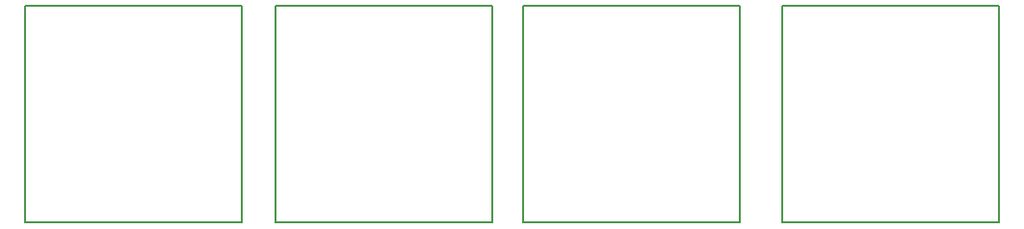
<source format=gbr>
%TF.GenerationSoftware,KiCad,Pcbnew,9.0.2*%
%TF.CreationDate,2025-07-01T17:28:42-07:00*%
%TF.ProjectId,pathfinder,70617468-6669-46e6-9465-722e6b696361,rev?*%
%TF.SameCoordinates,Original*%
%TF.FileFunction,OtherDrawing,Comment*%
%FSLAX46Y46*%
G04 Gerber Fmt 4.6, Leading zero omitted, Abs format (unit mm)*
G04 Created by KiCad (PCBNEW 9.0.2) date 2025-07-01 17:28:42*
%MOMM*%
%LPD*%
G01*
G04 APERTURE LIST*
%ADD10C,0.150000*%
G04 APERTURE END LIST*
D10*
%TO.C,SW2*%
X107055000Y-123475000D02*
X126105000Y-123475000D01*
X107055000Y-142525000D02*
X107055000Y-123475000D01*
X126105000Y-123475000D02*
X126105000Y-142525000D01*
X126105000Y-142525000D02*
X107055000Y-142525000D01*
%TO.C,SW3*%
X128785000Y-123515000D02*
X147835000Y-123515000D01*
X128785000Y-142565000D02*
X128785000Y-123515000D01*
X147835000Y-123515000D02*
X147835000Y-142565000D01*
X147835000Y-142565000D02*
X128785000Y-142565000D01*
%TO.C,SW4*%
X151555000Y-123475000D02*
X170605000Y-123475000D01*
X151555000Y-142525000D02*
X151555000Y-123475000D01*
X170605000Y-123475000D02*
X170605000Y-142525000D01*
X170605000Y-142525000D02*
X151555000Y-142525000D01*
%TO.C,SW1*%
X85055000Y-123475000D02*
X104105000Y-123475000D01*
X85055000Y-142525000D02*
X85055000Y-123475000D01*
X104105000Y-123475000D02*
X104105000Y-142525000D01*
X104105000Y-142525000D02*
X85055000Y-142525000D01*
%TD*%
M02*

</source>
